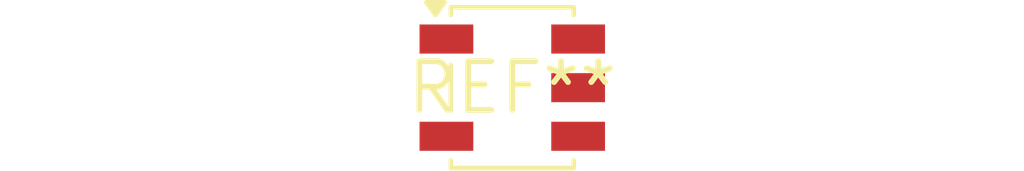
<source format=kicad_pcb>
(kicad_pcb (version 20240108) (generator pcbnew)
  (layers (0 "F.Cu" signal) (31 "B.Cu" signal) (34 "B.Paste" user) (35 "F.Paste" user) (36 "B.SilkS" user "B.Silkscreen") (37 "F.SilkS" user "F.Silkscreen") (38 "B.Mask" user) (39 "F.Mask" user) (44 "Edge.Cuts" user))
  (net 0 "")
  (footprint "Transformer_MACOM_SM-22" (layer "F.Cu") (at 0 0)
    (property "Reference" "REF**")
    (property "Value" "Transformer_MACOM_SM-22")
    (fp_line (start -1.6 -2.1) (end -1.6 -1.9) (layer "F.SilkS") (stroke (width 0.12)))
    (fp_line (start -1.6 -0.6) (end -1.6 0.6) (layer "F.SilkS") (stroke (width 0.12)))
    (fp_line (start -1.6 1.9) (end -1.6 2.1) (layer "F.SilkS") (stroke (width 0.12)))
    (fp_line (start -1.6 2.1) (end 1.6 2.1) (layer "F.SilkS") (stroke (width 0.12)))
    (fp_line (start 1.6 -2.1) (end -1.6 -2.1) (layer "F.SilkS") (stroke (width 0.12)))
    (fp_line (start 1.6 -1.9) (end 1.6 -2.1) (layer "F.SilkS") (stroke (width 0.12)))
    (fp_line (start 1.6 2.1) (end 1.6 1.9) (layer "F.SilkS") (stroke (width 0.12)))
    (fp_poly (pts (xy -2 -1.9) (xy -2.24 -2.23) (xy -1.76 -2.23) (xy -2 -1.9)) (layer "F.SilkS") (stroke (width 0.12)) (fill solid))
    (pad "1" smd rect (at -1.715 -1.27) (size 1.4 0.76) (layers "F.Cu" "F.Paste" "F.Mask"))
    (pad "2" smd rect (at -1.715 1.27) (size 1.4 0.76) (layers "F.Cu" "F.Paste" "F.Mask"))
    (pad "3" smd rect (at 1.715 1.27) (size 1.4 0.76) (layers "F.Cu" "F.Paste" "F.Mask"))
    (pad "4" smd rect (at 1.715 0) (size 1.4 0.76) (layers "F.Cu" "F.Paste" "F.Mask"))
    (pad "5" smd rect (at 1.715 -1.27) (size 1.4 0.76) (layers "F.Cu" "F.Paste" "F.Mask"))
  )
)
</source>
